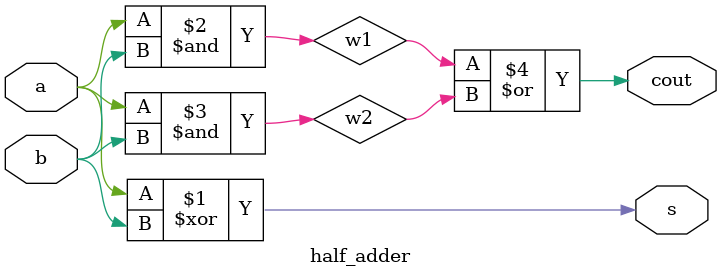
<source format=v>
module half_adder(a,b,s,cout);
  input a,b;
  output s,cout;
  wire w1,w2;
  xor x1(s,a,b);
  and a1(w1,a,b);
  and a2(w2,a,b);
  or o1(cout,w1,w2);
endmodule 
</source>
